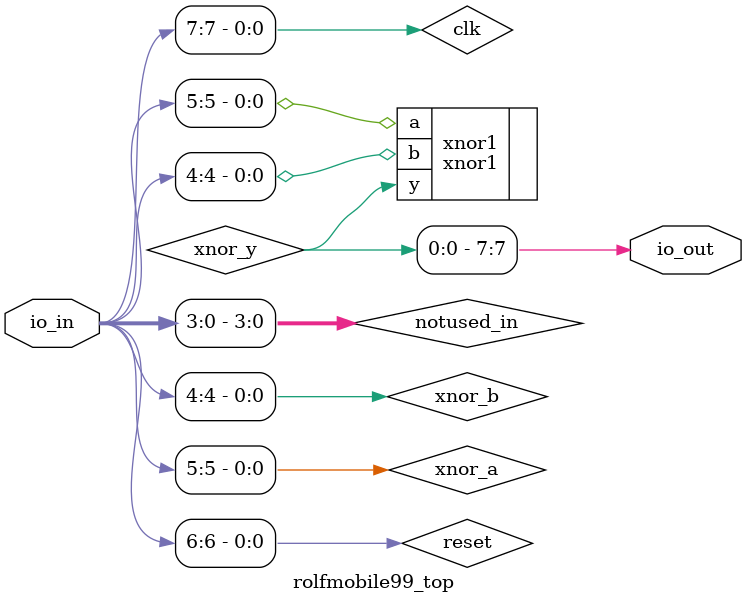
<source format=v>
`default_nettype none


module rolfmobile99_top(
  input [7:0] io_in,
  output [7:0] io_out
);

  // note: these assigments should match inputs/outputs declared in info.yaml!
  wire clk = io_in[7];      // notused
  wire reset = io_in[6];    // notused
  wire xnor_a = io_in[5];
  wire xnor_b = io_in[4];
  wire [3:0] notused_in = io_in[3:0];

  assign io_out[7] = xnor_y;
  //assign io_out[6:0] = ... ; // notused

  wire xnor_y;

  // connect modules

  xnor1 xnor1(.a(xnor_a),
             .b(xnor_b),
             .y(xnor_y));

endmodule

</source>
